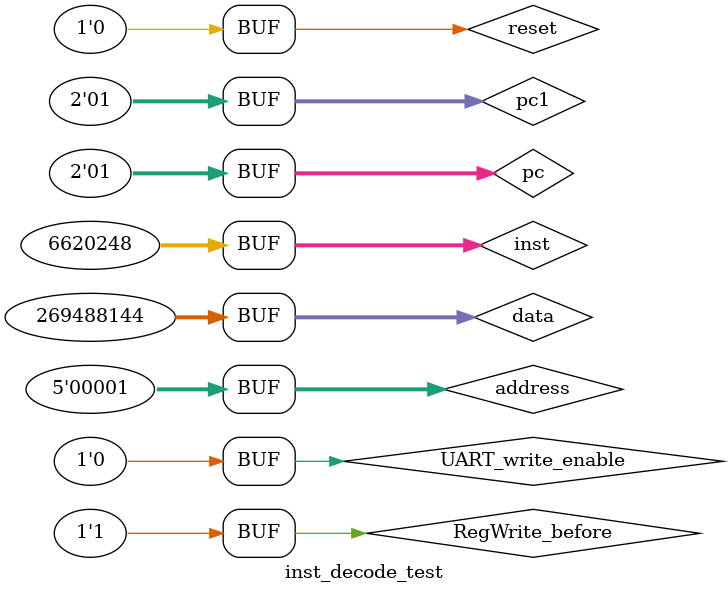
<source format=sv>
module inst_decode_test #(
	parameter INST_MEM_WIDTH = 2
);
	logic reset;
	logic [31:0] inst;
	logic [INST_MEM_WIDTH-1:0] pc;
	logic [INST_MEM_WIDTH-1:0] pc1;
	logic RegWrite_before;
	logic UART_write_enable;
	logic [31:0] data;
	logic [4:0] address;
 	logic RegWrite;
	logic [1:0] MemtoReg;
	logic [1:0] ALUSrcs;
	logic ALUSrcs2;
	logic [3:0] ALUOp;
	logic [1:0] RegDist;
	logic [1:0] Branch;
	logic MemWrite;
	logic MemRead;
	logic UARTtoReg;
	logic RegtoUART;
	logic [31:0] op1;
	logic [31:0] op2;
	logic [4:0] rt;
	logic [4:0] rd;
	logic [4:0] sa;
	logic [15:0] immediate;
	logic [25:0] inst_index;
	logic [INST_MEM_WIDTH-1:0] pc_next;
	logic [INST_MEM_WIDTH-1:0] pc1_next;

	localparam WAIT = 5000;
	inst_decode #(INST_MEM_WIDTH) inst_decode_instance(
		reset,
	 	inst,
		pc,
		pc1,
		RegWrite_before,
		UART_write_enable,
		data,
		address,
 		RegWrite,
		MemtoReg,
		ALUSrcs,
		ALUSrcs2,
		ALUOp,
		RegDist,
		Branch,
		MemWrite,
		MemRead,
		UARTtoReg,
		RegtoUART,
		op1,
		op2,
		rt,
		rd,
		sa,
		immediate,
		inst_index,
		pc_next,
		pc1_next
	);

	initial begin
		#WAIT;
		reset <= 1;
		#WAIT;
		reset <= 0;
		#WAIT;
		inst <= 32'h00c21004; //ADD %r1,%r2,%r3
		pc <= 1;
		pc1 <= 1;
		RegWrite_before <= 0;
		UART_write_enable <= 0;
		data <= 32'h1010101010;
		address <= 5'b00001;
		#WAIT;
		inst <= 32'h00650458; //SUB %r4,%r5,%r6
		pc <= 1;
		pc1 <= 1;
		RegWrite_before <= 1;
		UART_write_enable <= 0;
		data <= 32'h1010101010;
		address <= 5'b00001;
		#WAIT;
	end
endmodule

</source>
